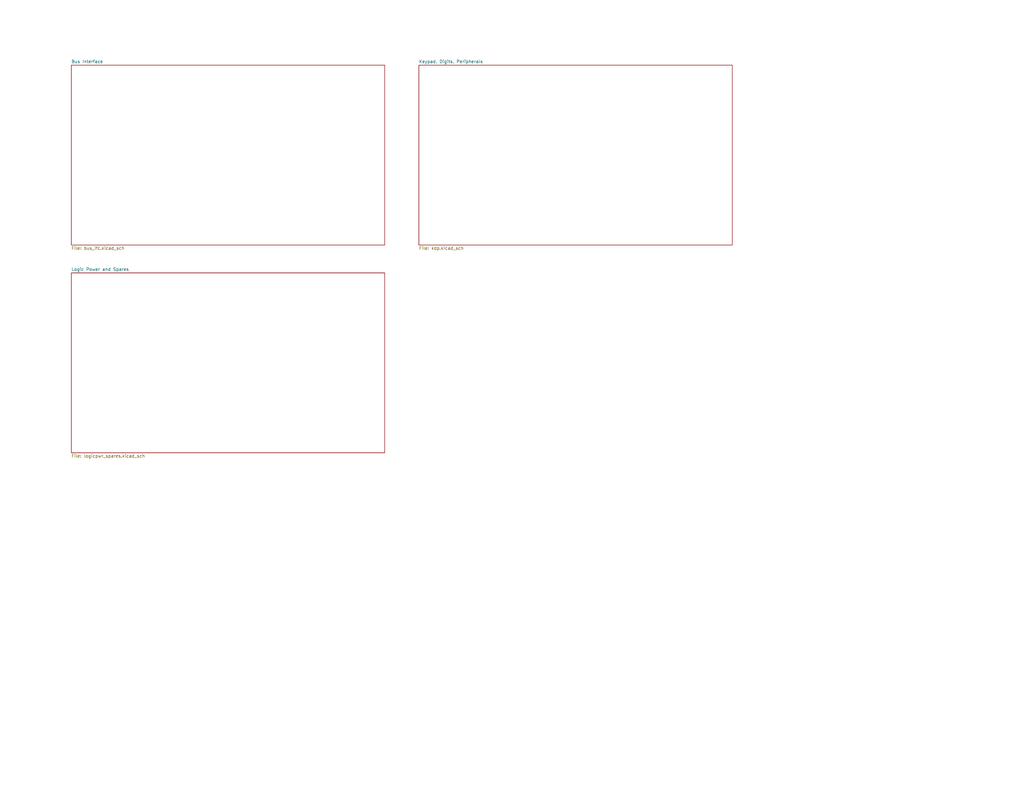
<source format=kicad_sch>
(kicad_sch
	(version 20250114)
	(generator "eeschema")
	(generator_version "9.0")
	(uuid "0f2f6102-bf44-4c07-a44b-6c946726671c")
	(paper "User" 419.1 323.85)
	(title_block
		(title "SD Front Panel - RetroComp")
		(date "2025-09-21")
		(rev "1.0")
		(company "SilkyDESIGN AESilky")
		(comment 1 "Copyright 2025 AESilky")
	)
	(lib_symbols)
	(sheet
		(at 171.45 26.67)
		(size 128.27 73.66)
		(exclude_from_sim no)
		(in_bom yes)
		(on_board yes)
		(dnp no)
		(fields_autoplaced yes)
		(stroke
			(width 0.1524)
			(type solid)
		)
		(fill
			(color 0 0 0 0.0000)
		)
		(uuid "27a53b07-6585-4762-abfc-c378c391e70e")
		(property "Sheetname" "Keypad, Digits, Peripherals"
			(at 171.45 25.9584 0)
			(effects
				(font
					(size 1.27 1.27)
				)
				(justify left bottom)
			)
		)
		(property "Sheetfile" "kdp.kicad_sch"
			(at 171.45 100.9146 0)
			(effects
				(font
					(size 1.27 1.27)
				)
				(justify left top)
			)
		)
		(instances
			(project "SD-FPRC"
				(path "/0f2f6102-bf44-4c07-a44b-6c946726671c"
					(page "3")
				)
			)
		)
	)
	(sheet
		(at 29.21 111.76)
		(size 128.27 73.66)
		(exclude_from_sim no)
		(in_bom yes)
		(on_board yes)
		(dnp no)
		(fields_autoplaced yes)
		(stroke
			(width 0.1524)
			(type solid)
		)
		(fill
			(color 0 0 0 0.0000)
		)
		(uuid "6acfba1e-883a-4d7b-8959-76810c04cd11")
		(property "Sheetname" "Logic Power and Spares"
			(at 29.21 111.0484 0)
			(effects
				(font
					(size 1.27 1.27)
				)
				(justify left bottom)
			)
		)
		(property "Sheetfile" "logicpwr_spares.kicad_sch"
			(at 29.21 186.0046 0)
			(effects
				(font
					(size 1.27 1.27)
				)
				(justify left top)
			)
		)
		(instances
			(project "SD-FPRC"
				(path "/0f2f6102-bf44-4c07-a44b-6c946726671c"
					(page "4")
				)
			)
		)
	)
	(sheet
		(at 29.21 26.67)
		(size 128.27 73.66)
		(exclude_from_sim no)
		(in_bom yes)
		(on_board yes)
		(dnp no)
		(fields_autoplaced yes)
		(stroke
			(width 0.1524)
			(type solid)
		)
		(fill
			(color 0 0 0 0.0000)
		)
		(uuid "db65e358-0f82-4bfc-9041-4b2eee24231f")
		(property "Sheetname" "Bus Interface"
			(at 29.21 25.9584 0)
			(effects
				(font
					(size 1.27 1.27)
				)
				(justify left bottom)
			)
		)
		(property "Sheetfile" "bus_ifc.kicad_sch"
			(at 29.21 100.9146 0)
			(effects
				(font
					(size 1.27 1.27)
				)
				(justify left top)
			)
		)
		(instances
			(project "SD-FPRC"
				(path "/0f2f6102-bf44-4c07-a44b-6c946726671c"
					(page "2")
				)
			)
		)
	)
	(sheet_instances
		(path "/"
			(page "1")
		)
	)
	(embedded_fonts no)
)

</source>
